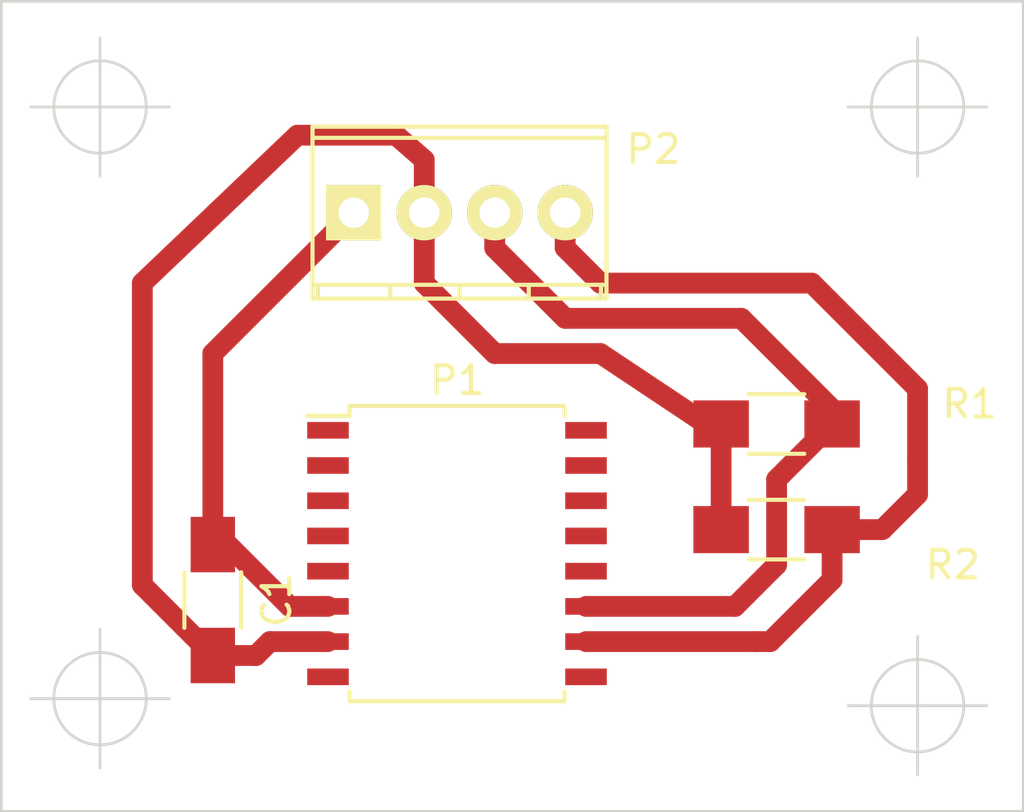
<source format=kicad_pcb>
(kicad_pcb (version 4) (host pcbnew 4.0.0-rc1-stable)

  (general
    (links 10)
    (no_connects 0)
    (area 132.029999 85.039999 169.063198 114.350001)
    (thickness 1.6)
    (drawings 10)
    (tracks 41)
    (zones 0)
    (modules 5)
    (nets 17)
  )

  (page A4)
  (layers
    (0 F.Cu signal)
    (31 B.Cu signal)
    (32 B.Adhes user)
    (33 F.Adhes user)
    (34 B.Paste user)
    (35 F.Paste user)
    (36 B.SilkS user)
    (37 F.SilkS user)
    (38 B.Mask user)
    (39 F.Mask user)
    (40 Dwgs.User user)
    (41 Cmts.User user)
    (42 Eco1.User user)
    (43 Eco2.User user)
    (44 Edge.Cuts user)
    (45 Margin user)
    (46 B.CrtYd user)
    (47 F.CrtYd user)
    (48 B.Fab user)
    (49 F.Fab user)
  )

  (setup
    (last_trace_width 0.25)
    (user_trace_width 0.75)
    (trace_clearance 0.2)
    (zone_clearance 0.508)
    (zone_45_only no)
    (trace_min 0.2)
    (segment_width 0.2)
    (edge_width 0.1)
    (via_size 0.6)
    (via_drill 0.4)
    (via_min_size 0.4)
    (via_min_drill 0.3)
    (uvia_size 0.3)
    (uvia_drill 0.1)
    (uvias_allowed no)
    (uvia_min_size 0.2)
    (uvia_min_drill 0.1)
    (pcb_text_width 0.3)
    (pcb_text_size 1.5 1.5)
    (mod_edge_width 0.15)
    (mod_text_size 1 1)
    (mod_text_width 0.15)
    (pad_size 1.5 1.5)
    (pad_drill 0.6)
    (pad_to_mask_clearance 0)
    (aux_axis_origin 0 0)
    (visible_elements 7FFFFFFF)
    (pcbplotparams
      (layerselection 0x00000_80000000)
      (usegerberextensions false)
      (excludeedgelayer true)
      (linewidth 0.100000)
      (plotframeref false)
      (viasonmask false)
      (mode 1)
      (useauxorigin false)
      (hpglpennumber 1)
      (hpglpenspeed 20)
      (hpglpendiameter 15)
      (hpglpenoverlay 2)
      (psnegative false)
      (psa4output false)
      (plotreference true)
      (plotvalue true)
      (plotinvisibletext false)
      (padsonsilk false)
      (subtractmaskfromsilk false)
      (outputformat 5)
      (mirror false)
      (drillshape 0)
      (scaleselection 1)
      (outputdirectory ""))
  )

  (net 0 "")
  (net 1 "Net-(C1-Pad1)")
  (net 2 "Net-(C1-Pad2)")
  (net 3 "Net-(P1-Pad1)")
  (net 4 "Net-(P1-Pad2)")
  (net 5 "Net-(P1-Pad3)")
  (net 6 "Net-(P1-Pad4)")
  (net 7 "Net-(P1-Pad5)")
  (net 8 "Net-(P1-Pad8)")
  (net 9 "Net-(P1-Pad9)")
  (net 10 "Net-(P1-Pad10)")
  (net 11 "Net-(P1-Pad11)")
  (net 12 "Net-(P1-Pad12)")
  (net 13 "Net-(P1-Pad13)")
  (net 14 "Net-(P1-Pad14)")
  (net 15 "Net-(P1-Pad15)")
  (net 16 "Net-(P1-Pad16)")

  (net_class Default "This is the default net class."
    (clearance 0.2)
    (trace_width 0.25)
    (via_dia 0.6)
    (via_drill 0.4)
    (uvia_dia 0.3)
    (uvia_drill 0.1)
    (add_net "Net-(C1-Pad1)")
    (add_net "Net-(C1-Pad2)")
    (add_net "Net-(P1-Pad1)")
    (add_net "Net-(P1-Pad10)")
    (add_net "Net-(P1-Pad11)")
    (add_net "Net-(P1-Pad12)")
    (add_net "Net-(P1-Pad13)")
    (add_net "Net-(P1-Pad14)")
    (add_net "Net-(P1-Pad15)")
    (add_net "Net-(P1-Pad16)")
    (add_net "Net-(P1-Pad2)")
    (add_net "Net-(P1-Pad3)")
    (add_net "Net-(P1-Pad4)")
    (add_net "Net-(P1-Pad5)")
    (add_net "Net-(P1-Pad8)")
    (add_net "Net-(P1-Pad9)")
  )

  (module Capacitors_SMD:C_1206_HandSoldering (layer F.Cu) (tedit 541A9C03) (tstamp 564B673A)
    (at 139.7 106.68 270)
    (descr "Capacitor SMD 1206, hand soldering")
    (tags "capacitor 1206")
    (path /564B6790)
    (attr smd)
    (fp_text reference C1 (at 0 -2.3 270) (layer F.SilkS)
      (effects (font (size 1 1) (thickness 0.15)))
    )
    (fp_text value 0.1u (at 0 2.3 270) (layer F.Fab)
      (effects (font (size 1 1) (thickness 0.15)))
    )
    (fp_line (start -3.3 -1.15) (end 3.3 -1.15) (layer F.CrtYd) (width 0.05))
    (fp_line (start -3.3 1.15) (end 3.3 1.15) (layer F.CrtYd) (width 0.05))
    (fp_line (start -3.3 -1.15) (end -3.3 1.15) (layer F.CrtYd) (width 0.05))
    (fp_line (start 3.3 -1.15) (end 3.3 1.15) (layer F.CrtYd) (width 0.05))
    (fp_line (start 1 -1.025) (end -1 -1.025) (layer F.SilkS) (width 0.15))
    (fp_line (start -1 1.025) (end 1 1.025) (layer F.SilkS) (width 0.15))
    (pad 1 smd rect (at -2 0 270) (size 2 1.6) (layers F.Cu F.Paste F.Mask)
      (net 1 "Net-(C1-Pad1)"))
    (pad 2 smd rect (at 2 0 270) (size 2 1.6) (layers F.Cu F.Paste F.Mask)
      (net 2 "Net-(C1-Pad2)"))
    (model Capacitors_SMD.3dshapes/C_1206_HandSoldering.wrl
      (at (xyz 0 0 0))
      (scale (xyz 1 1 1))
      (rotate (xyz 0 0 0))
    )
  )

  (module Housings_SOIC:SOIC-16_7.5x10.3mm_Pitch1.27mm (layer F.Cu) (tedit 54130A77) (tstamp 564B6759)
    (at 148.5011 105.0036)
    (descr "16-Lead Plastic Small Outline (SO) - Wide, 7.50 mm Body [SOIC] (see Microchip Packaging Specification 00000049BS.pdf)")
    (tags "SOIC 1.27")
    (path /564B638B)
    (attr smd)
    (fp_text reference P1 (at 0 -6.25) (layer F.SilkS)
      (effects (font (size 1 1) (thickness 0.15)))
    )
    (fp_text value SM9541 (at 0 6.25) (layer F.Fab)
      (effects (font (size 1 1) (thickness 0.15)))
    )
    (fp_line (start -5.65 -5.5) (end -5.65 5.5) (layer F.CrtYd) (width 0.05))
    (fp_line (start 5.65 -5.5) (end 5.65 5.5) (layer F.CrtYd) (width 0.05))
    (fp_line (start -5.65 -5.5) (end 5.65 -5.5) (layer F.CrtYd) (width 0.05))
    (fp_line (start -5.65 5.5) (end 5.65 5.5) (layer F.CrtYd) (width 0.05))
    (fp_line (start -3.875 -5.325) (end -3.875 -4.97) (layer F.SilkS) (width 0.15))
    (fp_line (start 3.875 -5.325) (end 3.875 -4.97) (layer F.SilkS) (width 0.15))
    (fp_line (start 3.875 5.325) (end 3.875 4.97) (layer F.SilkS) (width 0.15))
    (fp_line (start -3.875 5.325) (end -3.875 4.97) (layer F.SilkS) (width 0.15))
    (fp_line (start -3.875 -5.325) (end 3.875 -5.325) (layer F.SilkS) (width 0.15))
    (fp_line (start -3.875 5.325) (end 3.875 5.325) (layer F.SilkS) (width 0.15))
    (fp_line (start -3.875 -4.97) (end -5.4 -4.97) (layer F.SilkS) (width 0.15))
    (pad 1 smd rect (at -4.65 -4.445) (size 1.5 0.6) (layers F.Cu F.Paste F.Mask)
      (net 3 "Net-(P1-Pad1)"))
    (pad 2 smd rect (at -4.65 -3.175) (size 1.5 0.6) (layers F.Cu F.Paste F.Mask)
      (net 4 "Net-(P1-Pad2)"))
    (pad 3 smd rect (at -4.65 -1.905) (size 1.5 0.6) (layers F.Cu F.Paste F.Mask)
      (net 5 "Net-(P1-Pad3)"))
    (pad 4 smd rect (at -4.65 -0.635) (size 1.5 0.6) (layers F.Cu F.Paste F.Mask)
      (net 6 "Net-(P1-Pad4)"))
    (pad 5 smd rect (at -4.65 0.635) (size 1.5 0.6) (layers F.Cu F.Paste F.Mask)
      (net 7 "Net-(P1-Pad5)"))
    (pad 6 smd rect (at -4.65 1.905) (size 1.5 0.6) (layers F.Cu F.Paste F.Mask)
      (net 1 "Net-(C1-Pad1)"))
    (pad 7 smd rect (at -4.65 3.175) (size 1.5 0.6) (layers F.Cu F.Paste F.Mask)
      (net 2 "Net-(C1-Pad2)"))
    (pad 8 smd rect (at -4.65 4.445) (size 1.5 0.6) (layers F.Cu F.Paste F.Mask)
      (net 8 "Net-(P1-Pad8)"))
    (pad 9 smd rect (at 4.65 4.445) (size 1.5 0.6) (layers F.Cu F.Paste F.Mask)
      (net 9 "Net-(P1-Pad9)"))
    (pad 10 smd rect (at 4.65 3.175) (size 1.5 0.6) (layers F.Cu F.Paste F.Mask)
      (net 10 "Net-(P1-Pad10)"))
    (pad 11 smd rect (at 4.65 1.905) (size 1.5 0.6) (layers F.Cu F.Paste F.Mask)
      (net 11 "Net-(P1-Pad11)"))
    (pad 12 smd rect (at 4.65 0.635) (size 1.5 0.6) (layers F.Cu F.Paste F.Mask)
      (net 12 "Net-(P1-Pad12)"))
    (pad 13 smd rect (at 4.65 -0.635) (size 1.5 0.6) (layers F.Cu F.Paste F.Mask)
      (net 13 "Net-(P1-Pad13)"))
    (pad 14 smd rect (at 4.65 -1.905) (size 1.5 0.6) (layers F.Cu F.Paste F.Mask)
      (net 14 "Net-(P1-Pad14)"))
    (pad 15 smd rect (at 4.65 -3.175) (size 1.5 0.6) (layers F.Cu F.Paste F.Mask)
      (net 15 "Net-(P1-Pad15)"))
    (pad 16 smd rect (at 4.65 -4.445) (size 1.5 0.6) (layers F.Cu F.Paste F.Mask)
      (net 16 "Net-(P1-Pad16)"))
    (model Housings_SOIC.3dshapes/SOIC-16_7.5x10.3mm_Pitch1.27mm.wrl
      (at (xyz 0 0 0))
      (scale (xyz 1 1 1))
      (rotate (xyz 0 0 0))
    )
  )

  (module Terminal_Blocks:TerminalBlock_Pheonix_MPT-2.54mm_4pol (layer F.Cu) (tedit 564C7144) (tstamp 564B6770)
    (at 144.78 92.71)
    (descr "4-way 2.54mm pitch terminal block, Phoenix MPT series")
    (path /564B672B)
    (fp_text reference P2 (at 10.795 -2.286) (layer F.SilkS)
      (effects (font (size 1 1) (thickness 0.15)))
    )
    (fp_text value CONN_01X04 (at 3.81 4.50088) (layer F.Fab)
      (effects (font (size 1 1) (thickness 0.15)))
    )
    (fp_line (start -1.778 -3.302) (end 9.398 -3.302) (layer F.CrtYd) (width 0.05))
    (fp_line (start -1.778 3.302) (end -1.778 -3.302) (layer F.CrtYd) (width 0.05))
    (fp_line (start 9.398 3.302) (end -1.778 3.302) (layer F.CrtYd) (width 0.05))
    (fp_line (start 9.398 -3.302) (end 9.398 3.302) (layer F.CrtYd) (width 0.05))
    (fp_line (start 9.11098 -3.0988) (end -1.49098 -3.0988) (layer F.SilkS) (width 0.15))
    (fp_line (start -1.49098 -2.70002) (end 9.11098 -2.70002) (layer F.SilkS) (width 0.15))
    (fp_line (start -1.49098 2.60096) (end 9.11098 2.60096) (layer F.SilkS) (width 0.15))
    (fp_line (start 9.11098 3.0988) (end -1.49098 3.0988) (layer F.SilkS) (width 0.15))
    (fp_line (start 6.30682 2.60096) (end 6.30682 3.0988) (layer F.SilkS) (width 0.15))
    (fp_line (start 3.81 2.60096) (end 3.81 3.0988) (layer F.SilkS) (width 0.15))
    (fp_line (start -1.28778 3.0988) (end -1.28778 2.60096) (layer F.SilkS) (width 0.15))
    (fp_line (start 8.91032 2.60096) (end 8.91032 3.0988) (layer F.SilkS) (width 0.15))
    (fp_line (start 1.31318 3.0988) (end 1.31318 2.60096) (layer F.SilkS) (width 0.15))
    (fp_line (start 9.10844 3.0988) (end 9.10844 -3.0988) (layer F.SilkS) (width 0.15))
    (fp_line (start -1.4859 -3.0988) (end -1.4859 3.0988) (layer F.SilkS) (width 0.15))
    (pad 4 thru_hole oval (at 7.62 0 180) (size 1.99898 1.99898) (drill 1.09728) (layers *.Cu *.Mask F.SilkS)
      (net 10 "Net-(P1-Pad10)"))
    (pad 1 thru_hole rect (at 0 0 180) (size 1.99898 1.99898) (drill 1.09728) (layers *.Cu *.Mask F.SilkS)
      (net 1 "Net-(C1-Pad1)"))
    (pad 2 thru_hole oval (at 2.54 0 180) (size 1.99898 1.99898) (drill 1.09728) (layers *.Cu *.Mask F.SilkS)
      (net 2 "Net-(C1-Pad2)"))
    (pad 3 thru_hole oval (at 5.08 0 180) (size 1.99898 1.99898) (drill 1.09728) (layers *.Cu *.Mask F.SilkS)
      (net 11 "Net-(P1-Pad11)"))
    (model Terminal_Blocks.3dshapes/TerminalBlock_Pheonix_MPT-2.54mm_4pol.wrl
      (at (xyz 0.15 0 0))
      (scale (xyz 1 1 1))
      (rotate (xyz 0 0 0))
    )
  )

  (module Resistors_SMD:R_1206_HandSoldering (layer F.Cu) (tedit 564B6DEC) (tstamp 564B677C)
    (at 160.02 100.33)
    (descr "Resistor SMD 1206, hand soldering")
    (tags "resistor 1206")
    (path /564B63DC)
    (attr smd)
    (fp_text reference R1 (at 6.94944 -0.7239) (layer F.SilkS)
      (effects (font (size 1 1) (thickness 0.15)))
    )
    (fp_text value 4.7k (at 7.17296 0.78486) (layer F.Fab)
      (effects (font (size 1 1) (thickness 0.15)))
    )
    (fp_line (start -3.3 -1.2) (end 3.3 -1.2) (layer F.CrtYd) (width 0.05))
    (fp_line (start -3.3 1.2) (end 3.3 1.2) (layer F.CrtYd) (width 0.05))
    (fp_line (start -3.3 -1.2) (end -3.3 1.2) (layer F.CrtYd) (width 0.05))
    (fp_line (start 3.3 -1.2) (end 3.3 1.2) (layer F.CrtYd) (width 0.05))
    (fp_line (start 1 1.075) (end -1 1.075) (layer F.SilkS) (width 0.15))
    (fp_line (start -1 -1.075) (end 1 -1.075) (layer F.SilkS) (width 0.15))
    (pad 1 smd rect (at -2 0) (size 2 1.7) (layers F.Cu F.Paste F.Mask)
      (net 2 "Net-(C1-Pad2)"))
    (pad 2 smd rect (at 2 0) (size 2 1.7) (layers F.Cu F.Paste F.Mask)
      (net 11 "Net-(P1-Pad11)"))
    (model Resistors_SMD.3dshapes/R_1206_HandSoldering.wrl
      (at (xyz 0 0 0))
      (scale (xyz 1 1 1))
      (rotate (xyz 0 0 0))
    )
  )

  (module Resistors_SMD:R_1206_HandSoldering (layer F.Cu) (tedit 564B6BD8) (tstamp 564B6788)
    (at 160.02 104.14)
    (descr "Resistor SMD 1206, hand soldering")
    (tags "resistor 1206")
    (path /564B6461)
    (attr smd)
    (fp_text reference R2 (at 6.35 1.27) (layer F.SilkS)
      (effects (font (size 1 1) (thickness 0.15)))
    )
    (fp_text value 4.7k (at 6.35 0) (layer F.Fab)
      (effects (font (size 1 1) (thickness 0.15)))
    )
    (fp_line (start -3.3 -1.2) (end 3.3 -1.2) (layer F.CrtYd) (width 0.05))
    (fp_line (start -3.3 1.2) (end 3.3 1.2) (layer F.CrtYd) (width 0.05))
    (fp_line (start -3.3 -1.2) (end -3.3 1.2) (layer F.CrtYd) (width 0.05))
    (fp_line (start 3.3 -1.2) (end 3.3 1.2) (layer F.CrtYd) (width 0.05))
    (fp_line (start 1 1.075) (end -1 1.075) (layer F.SilkS) (width 0.15))
    (fp_line (start -1 -1.075) (end 1 -1.075) (layer F.SilkS) (width 0.15))
    (pad 1 smd rect (at -2 0) (size 2 1.7) (layers F.Cu F.Paste F.Mask)
      (net 2 "Net-(C1-Pad2)"))
    (pad 2 smd rect (at 2 0) (size 2 1.7) (layers F.Cu F.Paste F.Mask)
      (net 10 "Net-(P1-Pad10)"))
    (model Resistors_SMD.3dshapes/R_1206_HandSoldering.wrl
      (at (xyz 0 0 0))
      (scale (xyz 1 1 1))
      (rotate (xyz 0 0 0))
    )
  )

  (gr_line (start 132.08 85.09) (end 168.91 85.09) (angle 90) (layer Edge.Cuts) (width 0.1))
  (gr_line (start 168.91 114.3) (end 132.08 114.3) (angle 90) (layer Edge.Cuts) (width 0.1))
  (gr_text "GND Vs CLK DATA" (at 148.7805 88.519) (layer F.Mask)
    (effects (font (size 1 1) (thickness 0.1)))
  )
  (target plus (at 135.636 88.9) (size 5) (width 0.1) (layer Edge.Cuts))
  (target plus (at 165.1 110.49) (size 5) (width 0.1) (layer Edge.Cuts))
  (target plus (at 165.1 88.9) (size 5) (width 0.1) (layer Edge.Cuts))
  (target plus (at 135.636 110.236) (size 5) (width 0.1) (layer Edge.Cuts))
  (gr_line (start 132.08 85.09) (end 132.08 87.63) (angle 90) (layer Edge.Cuts) (width 0.1))
  (gr_line (start 168.91 114.3) (end 168.91 85.09) (angle 90) (layer Edge.Cuts) (width 0.1))
  (gr_line (start 132.08 87.63) (end 132.08 114.3) (angle 90) (layer Edge.Cuts) (width 0.1))

  (segment (start 144.78 92.71) (end 139.7 97.79) (width 0.75) (layer F.Cu) (net 1))
  (segment (start 139.7 97.79) (end 139.7 104.68) (width 0.75) (layer F.Cu) (net 1) (tstamp 564B6881))
  (segment (start 139.7 104.68) (end 140.24 104.68) (width 0.75) (layer F.Cu) (net 1))
  (segment (start 140.24 104.68) (end 142.4686 106.9086) (width 0.75) (layer F.Cu) (net 1) (tstamp 564B6818))
  (segment (start 142.4686 106.9086) (end 143.8511 106.9086) (width 0.75) (layer F.Cu) (net 1) (tstamp 564B6819))
  (segment (start 139.7 108.68) (end 141.256 108.68) (width 0.75) (layer F.Cu) (net 2))
  (segment (start 141.7574 108.1786) (end 143.8511 108.1786) (width 0.75) (layer F.Cu) (net 2) (tstamp 564C5526))
  (segment (start 141.256 108.68) (end 141.7574 108.1786) (width 0.75) (layer F.Cu) (net 2) (tstamp 564C5522))
  (segment (start 147.32 92.71) (end 147.32 90.805) (width 0.75) (layer F.Cu) (net 2))
  (segment (start 137.16 106.14) (end 139.7 108.68) (width 0.75) (layer F.Cu) (net 2) (tstamp 564C54ED))
  (segment (start 137.16 95.25) (end 137.16 106.14) (width 0.75) (layer F.Cu) (net 2) (tstamp 564C54E9))
  (segment (start 142.748 89.916) (end 137.16 95.25) (width 0.75) (layer F.Cu) (net 2) (tstamp 564C54E3))
  (segment (start 146.304 89.916) (end 142.748 89.916) (width 0.75) (layer F.Cu) (net 2) (tstamp 564C54E1))
  (segment (start 147.32 90.805) (end 146.304 89.916) (width 0.75) (layer F.Cu) (net 2) (tstamp 564C54DF))
  (segment (start 158.02 100.33) (end 157.48 100.33) (width 0.75) (layer F.Cu) (net 2) (status 30))
  (segment (start 157.48 100.33) (end 153.67 97.79) (width 0.75) (layer F.Cu) (net 2) (tstamp 564B6834) (status 10))
  (segment (start 153.67 97.79) (end 149.86 97.79) (width 0.75) (layer F.Cu) (net 2) (tstamp 564B6836))
  (segment (start 149.86 97.79) (end 147.32 95.25) (width 0.75) (layer F.Cu) (net 2) (tstamp 564B6838))
  (segment (start 147.32 95.25) (end 147.32 92.71) (width 0.75) (layer F.Cu) (net 2) (tstamp 564B6839))
  (segment (start 158.02 100.33) (end 158.02 104.14) (width 0.75) (layer F.Cu) (net 2) (status 20))
  (segment (start 159.2514 108.1786) (end 159.7914 108.1786) (width 0.75) (layer F.Cu) (net 10))
  (segment (start 153.1511 108.1786) (end 159.2514 108.1786) (width 0.75) (layer F.Cu) (net 10))
  (segment (start 162.02 105.95) (end 162.02 104.14) (width 0.75) (layer F.Cu) (net 10) (tstamp 564B6B26))
  (segment (start 159.7914 108.1786) (end 162.02 105.95) (width 0.75) (layer F.Cu) (net 10) (tstamp 564B6B22))
  (segment (start 165.1 99.06) (end 165.1 101.6) (width 0.75) (layer F.Cu) (net 10))
  (segment (start 165.1 101.6) (end 165.1 102.87) (width 0.75) (layer F.Cu) (net 10) (tstamp 564B68C0))
  (segment (start 165.1 102.87) (end 163.83 104.14) (width 0.75) (layer F.Cu) (net 10) (tstamp 564B68C1))
  (segment (start 163.83 104.14) (end 162.02 104.14) (width 0.75) (layer F.Cu) (net 10) (tstamp 564B68C2) (status 20))
  (segment (start 152.4 92.71) (end 152.4 93.98) (width 0.75) (layer F.Cu) (net 10))
  (segment (start 161.29 95.25) (end 165.1 99.06) (width 0.75) (layer F.Cu) (net 10) (tstamp 564B68B8))
  (segment (start 153.67 95.25) (end 161.29 95.25) (width 0.75) (layer F.Cu) (net 10) (tstamp 564B68B6))
  (segment (start 152.4 93.98) (end 153.67 95.25) (width 0.75) (layer F.Cu) (net 10) (tstamp 564B68B3))
  (segment (start 153.1511 106.9086) (end 158.5214 106.9086) (width 0.75) (layer F.Cu) (net 11))
  (segment (start 160.02 102.33) (end 162.02 100.33) (width 0.75) (layer F.Cu) (net 11) (tstamp 564B693C))
  (segment (start 160.02 105.41) (end 160.02 102.33) (width 0.75) (layer F.Cu) (net 11) (tstamp 564B693A))
  (segment (start 158.5214 106.9086) (end 160.02 105.41) (width 0.75) (layer F.Cu) (net 11) (tstamp 564B6938))
  (segment (start 162.02 100.33) (end 162.02 99.79) (width 0.75) (layer F.Cu) (net 11) (status 10))
  (segment (start 149.86 93.98) (end 149.86 92.71) (width 0.75) (layer F.Cu) (net 11) (tstamp 564B68AF))
  (segment (start 152.4 96.52) (end 149.86 93.98) (width 0.75) (layer F.Cu) (net 11) (tstamp 564B68AE))
  (segment (start 158.75 96.52) (end 152.4 96.52) (width 0.75) (layer F.Cu) (net 11) (tstamp 564B68AC))
  (segment (start 162.02 99.79) (end 158.75 96.52) (width 0.75) (layer F.Cu) (net 11) (tstamp 564B68A9))

)

</source>
